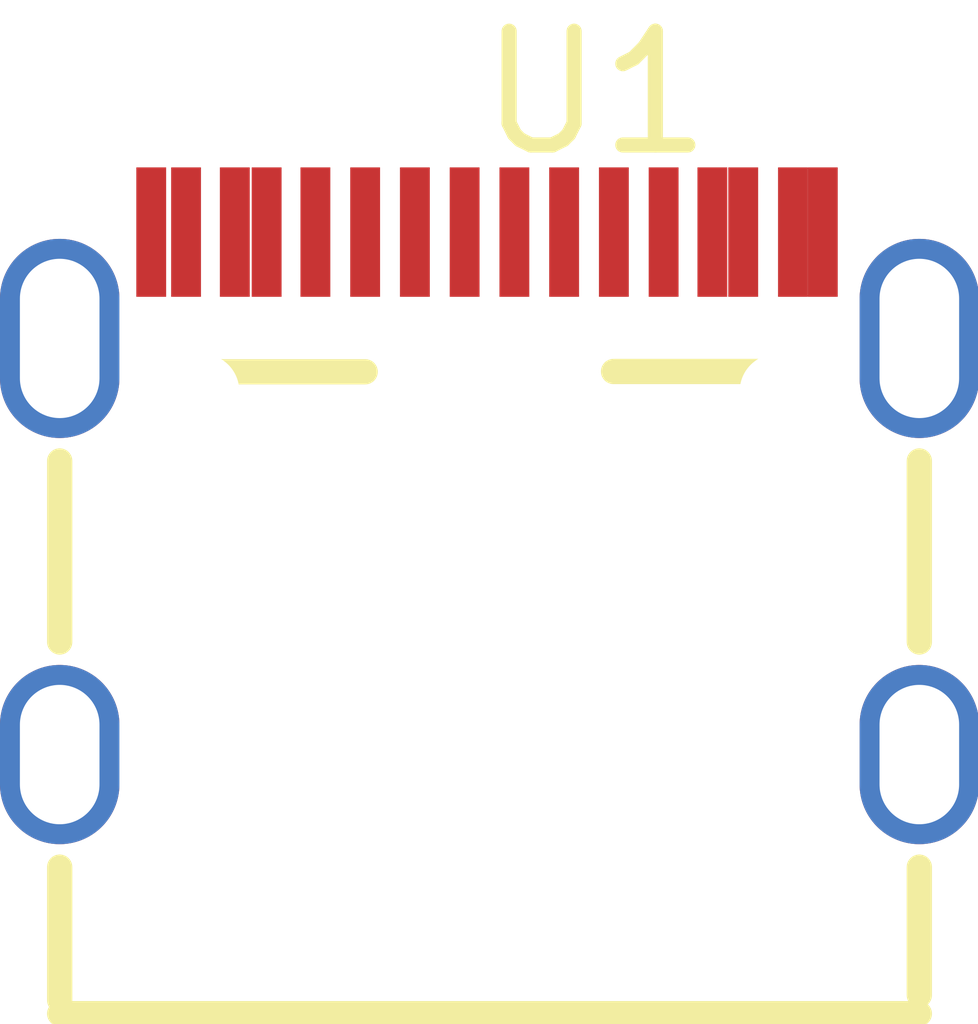
<source format=kicad_pcb>
(kicad_pcb (version 20171130) (host pcbnew "(5.1.5)-3") (page "A4") (layers (0 "F.Cu" signal) (31 "B.Cu" signal) (32 "B.Adhes" user) (33 "F.Adhes" user) (34 "B.Paste" user) (35 "F.Paste" user) (36 "B.SilkS" user) (37 "F.SilkS" user) (38 "B.Mask" user) (39 "F.Mask" user) (40 "Dwgs.User" user) (41 "Cmts.User" user) (42 "Eco1.User" user) (43 "Eco2.User" user) (44 "Edge.Cuts" user) (45 "Margin" user) (46 "B.CrtYd" user) (47 "F.CrtYd" user) (48 "B.Fab" user hide) (49 "F.Fab" user hide)) (net 0 "") (module "easyeda:USB-C_SMD-TYPE-C-31-M-12" (layer "F.Cu") (at 12.7 12.7) (attr smd) (fp_text value "USB-C_SMD-TYPE-C-31-M-12" (at -0.175 -5.798 0) (layer "F.Fab") hide (effects (font (size 1.143 1.143) (thickness 0.152)) (justify left))) (fp_text reference "U1" (at -0.175 -4.02 0) (layer "F.SilkS") (effects (font (size 1.143 1.143) (thickness 0.152)) (justify left))) (fp_line (start -3 -1.221) (end -1.25 -1.221) (width 0.254) (layer "F.SilkS")) (fp_line (start 4.32 5.227) (end -4.32 5.227) (width 0.254) (layer "F.SilkS")) (fp_line (start 1.247 -1.224) (end 2.997 -1.224) (width 0.254) (layer "F.SilkS")) (fp_line (start -4.32 5.091) (end -4.32 3.755) (width 0.254) (layer "F.SilkS")) (fp_line (start -4.32 1.493) (end -4.32 -0.325) (width 0.254) (layer "F.SilkS")) (fp_line (start 4.32 5.04) (end 4.32 3.755) (width 0.254) (layer "F.SilkS")) (fp_line (start 4.32 1.493) (end 4.32 -0.325) (width 0.254) (layer "F.SilkS")) (pad "" np_thru_hole circle (at -2.89 -1.026) (size 0.75 0.75) (drill 0.75) (layers "*.Cu" "*.Mask")) (pad "" np_thru_hole circle (at 2.89 -1.026) (size 0.75 0.75) (drill 0.75) (layers "*.Cu" "*.Mask")) (pad "B8" smd rect (at -1.75 -2.624 0) (size 0.3 1.3) (layers "F.Cu" "F.Paste" "F.Mask")) (pad "A5" smd rect (at -1.25 -2.624 0) (size 0.3 1.3) (layers "F.Cu" "F.Paste" "F.Mask")) (pad "B7" smd rect (at -0.75 -2.624 0) (size 0.3 1.3) (layers "F.Cu" "F.Paste" "F.Mask")) (pad "A6" smd rect (at -0.25 -2.624 0) (size 0.3 1.3) (layers "F.Cu" "F.Paste" "F.Mask")) (pad "A7" smd rect (at 0.25 -2.624 0) (size 0.3 1.3) (layers "F.Cu" "F.Paste" "F.Mask")) (pad "B6" smd rect (at 0.75 -2.624 0) (size 0.3 1.3) (layers "F.Cu" "F.Paste" "F.Mask")) (pad "A8" smd rect (at 1.25 -2.624 0) (size 0.3 1.3) (layers "F.Cu" "F.Paste" "F.Mask")) (pad "B5" smd rect (at 1.75 -2.624 0) (size 0.3 1.3) (layers "F.Cu" "F.Paste" "F.Mask")) (pad 0 thru_hole oval (at 4.32 2.624 0) (size 1.2 1.8) (layers "*.Cu" "*.Paste" "*.Mask") (drill oval 0.8 1.4)) (pad 0 thru_hole oval (at 4.32 -1.556 0) (size 1.2 2) (layers "*.Cu" "*.Paste" "*.Mask") (drill oval 0.8 1.6)) (pad 0 thru_hole oval (at -4.32 -1.556 0) (size 1.2 2) (layers "*.Cu" "*.Paste" "*.Mask") (drill oval 0.8 1.6)) (pad 0 thru_hole oval (at -4.32 2.624 0) (size 1.2 1.8) (layers "*.Cu" "*.Paste" "*.Mask") (drill oval 0.8 1.4)) (pad "A1" smd rect (at -3.4 -2.624 0) (size 0.3 1.3) (layers "F.Cu" "F.Paste" "F.Mask")) (pad "B12" smd rect (at -3.05 -2.624 0) (size 0.3 1.3) (layers "F.Cu" "F.Paste" "F.Mask")) (pad "A4" smd rect (at -2.56 -2.624 0) (size 0.3 1.3) (layers "F.Cu" "F.Paste" "F.Mask")) (pad "B9" smd rect (at -2.24 -2.624 0) (size 0.3 1.3) (layers "F.Cu" "F.Paste" "F.Mask")) (pad "B4" smd rect (at 2.24 -2.624 0) (size 0.3 1.3) (layers "F.Cu" "F.Paste" "F.Mask")) (pad "A9" smd rect (at 2.55 -2.624 0) (size 0.3 1.3) (layers "F.Cu" "F.Paste" "F.Mask")) (pad "B1" smd rect (at 3.05 -2.624 0) (size 0.3 1.3) (layers "F.Cu" "F.Paste" "F.Mask")) (pad "A12" smd rect (at 3.35 -2.624 0) (size 0.3 1.3) (layers "F.Cu" "F.Paste" "F.Mask")) (fp_text user gge143 (at 0 0) (layer "Cmts.User") (effects (font (size 1 1) (thickness 0.15))))))
</source>
